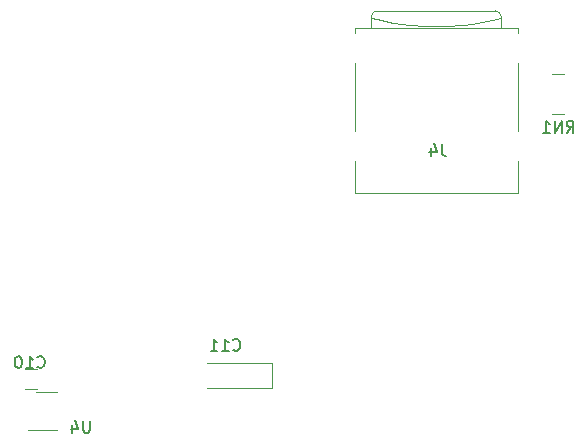
<source format=gbr>
G04 #@! TF.GenerationSoftware,KiCad,Pcbnew,5.0.0-1.fc29*
G04 #@! TF.CreationDate,2018-08-25T23:53:58+05:30*
G04 #@! TF.ProjectId,medlo,6D65646C6F2E6B696361645F70636200,rev?*
G04 #@! TF.SameCoordinates,Original*
G04 #@! TF.FileFunction,Legend,Bot*
G04 #@! TF.FilePolarity,Positive*
%FSLAX46Y46*%
G04 Gerber Fmt 4.6, Leading zero omitted, Abs format (unit mm)*
G04 Created by KiCad (PCBNEW 5.0.0-1.fc29) date Sat Aug 25 23:53:58 2018*
%MOMM*%
%LPD*%
G01*
G04 APERTURE LIST*
%ADD10C,0.120000*%
%ADD11C,0.150000*%
G04 APERTURE END LIST*
D10*
G04 #@! TO.C,J4*
X95457000Y-71742000D02*
X94957000Y-71642000D01*
X96757000Y-72042000D02*
X95457000Y-71742000D01*
X98257000Y-72242000D02*
X96757000Y-72042000D01*
X99557000Y-72342000D02*
X98257000Y-72242000D01*
X101357000Y-72342000D02*
X99557000Y-72342000D01*
X102657000Y-72242000D02*
X101357000Y-72342000D01*
X103457000Y-72142000D02*
X102657000Y-72242000D01*
X105157000Y-71842000D02*
X103457000Y-72142000D01*
X105957000Y-71642000D02*
X105157000Y-71842000D01*
X105457000Y-71042000D02*
X95457000Y-71042000D01*
X94957000Y-71542000D02*
G75*
G02X95457000Y-71042000I500000J0D01*
G01*
X105957000Y-72542000D02*
X105957000Y-71542000D01*
X94957000Y-72542000D02*
X94957000Y-71542000D01*
X107367000Y-72542000D02*
X93547000Y-72542000D01*
X93547000Y-86462000D02*
X107367000Y-86462000D01*
X93547000Y-83762000D02*
X93547000Y-86462000D01*
X105457000Y-71042000D02*
G75*
G02X105957000Y-71542000I0J-500000D01*
G01*
X93547000Y-72542000D02*
X93547000Y-72942000D01*
X93547000Y-75462000D02*
X93547000Y-81242000D01*
X107367000Y-83762000D02*
X107367000Y-86462000D01*
X107367000Y-75462000D02*
X107367000Y-81242000D01*
X107367000Y-72542000D02*
X107367000Y-72942000D01*
G04 #@! TO.C,RN1*
X110244000Y-79759600D02*
X111244000Y-79759600D01*
X110244000Y-76399600D02*
X111244000Y-76399600D01*
G04 #@! TO.C,C10*
X66667000Y-103085000D02*
X65667000Y-103085000D01*
X65667000Y-101385000D02*
X66667000Y-101385000D01*
G04 #@! TO.C,U4*
X66537000Y-103355500D02*
X68337000Y-103355500D01*
X68337000Y-106575500D02*
X65887000Y-106575500D01*
G04 #@! TO.C,C11*
X86513500Y-100867500D02*
X81013500Y-100867500D01*
X86513500Y-102967500D02*
X81013500Y-102967500D01*
X86513500Y-100867500D02*
X86513500Y-102967500D01*
G04 #@! TO.C,J4*
D11*
X100917333Y-82319880D02*
X100917333Y-83034166D01*
X100964952Y-83177023D01*
X101060190Y-83272261D01*
X101203047Y-83319880D01*
X101298285Y-83319880D01*
X100012571Y-82653214D02*
X100012571Y-83319880D01*
X100250666Y-82272261D02*
X100488761Y-82986547D01*
X99869714Y-82986547D01*
G04 #@! TO.C,RN1*
X111497976Y-81351380D02*
X111831309Y-80875190D01*
X112069404Y-81351380D02*
X112069404Y-80351380D01*
X111688452Y-80351380D01*
X111593214Y-80399000D01*
X111545595Y-80446619D01*
X111497976Y-80541857D01*
X111497976Y-80684714D01*
X111545595Y-80779952D01*
X111593214Y-80827571D01*
X111688452Y-80875190D01*
X112069404Y-80875190D01*
X111069404Y-81351380D02*
X111069404Y-80351380D01*
X110497976Y-81351380D01*
X110497976Y-80351380D01*
X109497976Y-81351380D02*
X110069404Y-81351380D01*
X109783690Y-81351380D02*
X109783690Y-80351380D01*
X109878928Y-80494238D01*
X109974166Y-80589476D01*
X110069404Y-80637095D01*
G04 #@! TO.C,C10*
X66682857Y-101195142D02*
X66730476Y-101242761D01*
X66873333Y-101290380D01*
X66968571Y-101290380D01*
X67111428Y-101242761D01*
X67206666Y-101147523D01*
X67254285Y-101052285D01*
X67301904Y-100861809D01*
X67301904Y-100718952D01*
X67254285Y-100528476D01*
X67206666Y-100433238D01*
X67111428Y-100338000D01*
X66968571Y-100290380D01*
X66873333Y-100290380D01*
X66730476Y-100338000D01*
X66682857Y-100385619D01*
X65730476Y-101290380D02*
X66301904Y-101290380D01*
X66016190Y-101290380D02*
X66016190Y-100290380D01*
X66111428Y-100433238D01*
X66206666Y-100528476D01*
X66301904Y-100576095D01*
X65111428Y-100290380D02*
X65016190Y-100290380D01*
X64920952Y-100338000D01*
X64873333Y-100385619D01*
X64825714Y-100480857D01*
X64778095Y-100671333D01*
X64778095Y-100909428D01*
X64825714Y-101099904D01*
X64873333Y-101195142D01*
X64920952Y-101242761D01*
X65016190Y-101290380D01*
X65111428Y-101290380D01*
X65206666Y-101242761D01*
X65254285Y-101195142D01*
X65301904Y-101099904D01*
X65349523Y-100909428D01*
X65349523Y-100671333D01*
X65301904Y-100480857D01*
X65254285Y-100385619D01*
X65206666Y-100338000D01*
X65111428Y-100290380D01*
G04 #@! TO.C,U4*
X71119904Y-105751380D02*
X71119904Y-106560904D01*
X71072285Y-106656142D01*
X71024666Y-106703761D01*
X70929428Y-106751380D01*
X70738952Y-106751380D01*
X70643714Y-106703761D01*
X70596095Y-106656142D01*
X70548476Y-106560904D01*
X70548476Y-105751380D01*
X69643714Y-106084714D02*
X69643714Y-106751380D01*
X69881809Y-105703761D02*
X70119904Y-106418047D01*
X69500857Y-106418047D01*
G04 #@! TO.C,C11*
X83256357Y-99724642D02*
X83303976Y-99772261D01*
X83446833Y-99819880D01*
X83542071Y-99819880D01*
X83684928Y-99772261D01*
X83780166Y-99677023D01*
X83827785Y-99581785D01*
X83875404Y-99391309D01*
X83875404Y-99248452D01*
X83827785Y-99057976D01*
X83780166Y-98962738D01*
X83684928Y-98867500D01*
X83542071Y-98819880D01*
X83446833Y-98819880D01*
X83303976Y-98867500D01*
X83256357Y-98915119D01*
X82303976Y-99819880D02*
X82875404Y-99819880D01*
X82589690Y-99819880D02*
X82589690Y-98819880D01*
X82684928Y-98962738D01*
X82780166Y-99057976D01*
X82875404Y-99105595D01*
X81351595Y-99819880D02*
X81923023Y-99819880D01*
X81637309Y-99819880D02*
X81637309Y-98819880D01*
X81732547Y-98962738D01*
X81827785Y-99057976D01*
X81923023Y-99105595D01*
G04 #@! TD*
M02*

</source>
